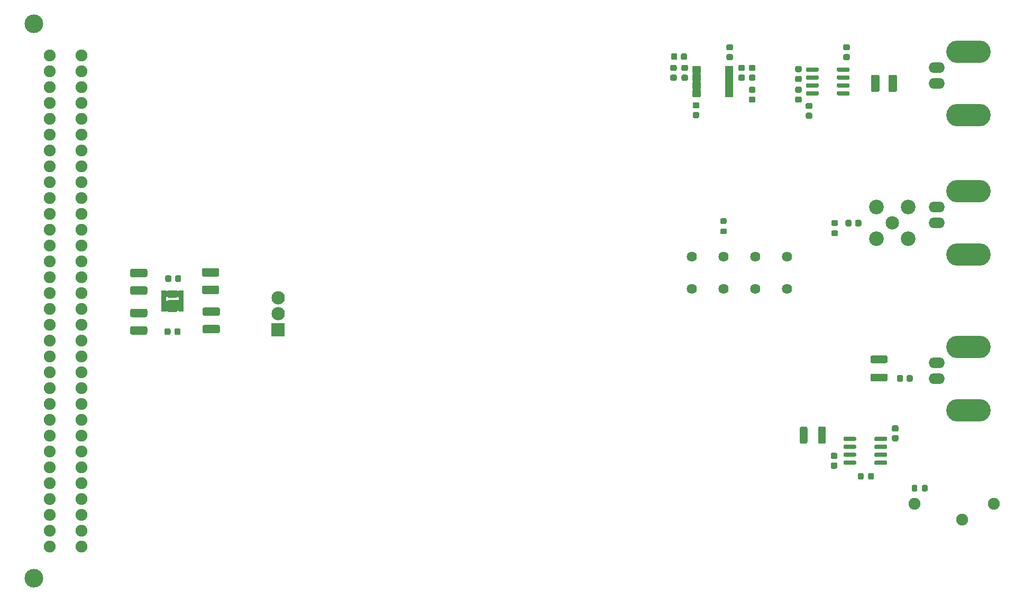
<source format=gbr>
G04 #@! TF.GenerationSoftware,KiCad,Pcbnew,(5.1.9)-1*
G04 #@! TF.CreationDate,2021-10-27T20:53:23+02:00*
G04 #@! TF.ProjectId,PDH-module,5044482d-6d6f-4647-956c-652e6b696361,1.0*
G04 #@! TF.SameCoordinates,Original*
G04 #@! TF.FileFunction,Soldermask,Top*
G04 #@! TF.FilePolarity,Negative*
%FSLAX46Y46*%
G04 Gerber Fmt 4.6, Leading zero omitted, Abs format (unit mm)*
G04 Created by KiCad (PCBNEW (5.1.9)-1) date 2021-10-27 20:53:23*
%MOMM*%
%LPD*%
G01*
G04 APERTURE LIST*
%ADD10C,3.002000*%
%ADD11C,1.902000*%
%ADD12O,2.602000X1.702000*%
%ADD13O,7.102000X3.602000*%
%ADD14C,0.100000*%
%ADD15C,2.152000*%
%ADD16C,2.352000*%
%ADD17C,1.626000*%
%ADD18C,2.134000*%
G04 APERTURE END LIST*
G36*
G01*
X90705600Y-92576000D02*
X88494400Y-92576000D01*
G75*
G02*
X88224000Y-92305600I0J270400D01*
G01*
X88224000Y-91494400D01*
G75*
G02*
X88494400Y-91224000I270400J0D01*
G01*
X90705600Y-91224000D01*
G75*
G02*
X90976000Y-91494400I0J-270400D01*
G01*
X90976000Y-92305600D01*
G75*
G02*
X90705600Y-92576000I-270400J0D01*
G01*
G37*
G36*
G01*
X90705600Y-95376000D02*
X88494400Y-95376000D01*
G75*
G02*
X88224000Y-95105600I0J270400D01*
G01*
X88224000Y-94294400D01*
G75*
G02*
X88494400Y-94024000I270400J0D01*
G01*
X90705600Y-94024000D01*
G75*
G02*
X90976000Y-94294400I0J-270400D01*
G01*
X90976000Y-95105600D01*
G75*
G02*
X90705600Y-95376000I-270400J0D01*
G01*
G37*
G36*
G01*
X90705600Y-88976000D02*
X88494400Y-88976000D01*
G75*
G02*
X88224000Y-88705600I0J270400D01*
G01*
X88224000Y-87894400D01*
G75*
G02*
X88494400Y-87624000I270400J0D01*
G01*
X90705600Y-87624000D01*
G75*
G02*
X90976000Y-87894400I0J-270400D01*
G01*
X90976000Y-88705600D01*
G75*
G02*
X90705600Y-88976000I-270400J0D01*
G01*
G37*
G36*
G01*
X90705600Y-86176000D02*
X88494400Y-86176000D01*
G75*
G02*
X88224000Y-85905600I0J270400D01*
G01*
X88224000Y-85094400D01*
G75*
G02*
X88494400Y-84824000I270400J0D01*
G01*
X90705600Y-84824000D01*
G75*
G02*
X90976000Y-85094400I0J-270400D01*
G01*
X90976000Y-85905600D01*
G75*
G02*
X90705600Y-86176000I-270400J0D01*
G01*
G37*
G36*
G01*
X94701000Y-94618250D02*
X94701000Y-95181750D01*
G75*
G02*
X94456750Y-95426000I-244250J0D01*
G01*
X93968250Y-95426000D01*
G75*
G02*
X93724000Y-95181750I0J244250D01*
G01*
X93724000Y-94618250D01*
G75*
G02*
X93968250Y-94374000I244250J0D01*
G01*
X94456750Y-94374000D01*
G75*
G02*
X94701000Y-94618250I0J-244250D01*
G01*
G37*
G36*
G01*
X96276000Y-94618250D02*
X96276000Y-95181750D01*
G75*
G02*
X96031750Y-95426000I-244250J0D01*
G01*
X95543250Y-95426000D01*
G75*
G02*
X95299000Y-95181750I0J244250D01*
G01*
X95299000Y-94618250D01*
G75*
G02*
X95543250Y-94374000I244250J0D01*
G01*
X96031750Y-94374000D01*
G75*
G02*
X96276000Y-94618250I0J-244250D01*
G01*
G37*
G36*
G01*
X93836500Y-86681750D02*
X93836500Y-86118250D01*
G75*
G02*
X94080750Y-85874000I244250J0D01*
G01*
X94569250Y-85874000D01*
G75*
G02*
X94813500Y-86118250I0J-244250D01*
G01*
X94813500Y-86681750D01*
G75*
G02*
X94569250Y-86926000I-244250J0D01*
G01*
X94080750Y-86926000D01*
G75*
G02*
X93836500Y-86681750I0J244250D01*
G01*
G37*
G36*
G01*
X95411500Y-86681750D02*
X95411500Y-86118250D01*
G75*
G02*
X95655750Y-85874000I244250J0D01*
G01*
X96144250Y-85874000D01*
G75*
G02*
X96388500Y-86118250I0J-244250D01*
G01*
X96388500Y-86681750D01*
G75*
G02*
X96144250Y-86926000I-244250J0D01*
G01*
X95655750Y-86926000D01*
G75*
G02*
X95411500Y-86681750I0J244250D01*
G01*
G37*
G36*
G01*
X183918250Y-48824000D02*
X184481750Y-48824000D01*
G75*
G02*
X184726000Y-49068250I0J-244250D01*
G01*
X184726000Y-49556750D01*
G75*
G02*
X184481750Y-49801000I-244250J0D01*
G01*
X183918250Y-49801000D01*
G75*
G02*
X183674000Y-49556750I0J244250D01*
G01*
X183674000Y-49068250D01*
G75*
G02*
X183918250Y-48824000I244250J0D01*
G01*
G37*
G36*
G01*
X183918250Y-50399000D02*
X184481750Y-50399000D01*
G75*
G02*
X184726000Y-50643250I0J-244250D01*
G01*
X184726000Y-51131750D01*
G75*
G02*
X184481750Y-51376000I-244250J0D01*
G01*
X183918250Y-51376000D01*
G75*
G02*
X183674000Y-51131750I0J244250D01*
G01*
X183674000Y-50643250D01*
G75*
G02*
X183918250Y-50399000I244250J0D01*
G01*
G37*
G36*
G01*
X102305600Y-92376000D02*
X100094400Y-92376000D01*
G75*
G02*
X99824000Y-92105600I0J270400D01*
G01*
X99824000Y-91294400D01*
G75*
G02*
X100094400Y-91024000I270400J0D01*
G01*
X102305600Y-91024000D01*
G75*
G02*
X102576000Y-91294400I0J-270400D01*
G01*
X102576000Y-92105600D01*
G75*
G02*
X102305600Y-92376000I-270400J0D01*
G01*
G37*
G36*
G01*
X102305600Y-95176000D02*
X100094400Y-95176000D01*
G75*
G02*
X99824000Y-94905600I0J270400D01*
G01*
X99824000Y-94094400D01*
G75*
G02*
X100094400Y-93824000I270400J0D01*
G01*
X102305600Y-93824000D01*
G75*
G02*
X102576000Y-94094400I0J-270400D01*
G01*
X102576000Y-94905600D01*
G75*
G02*
X102305600Y-95176000I-270400J0D01*
G01*
G37*
G36*
G01*
X102205600Y-88876000D02*
X99994400Y-88876000D01*
G75*
G02*
X99724000Y-88605600I0J270400D01*
G01*
X99724000Y-87794400D01*
G75*
G02*
X99994400Y-87524000I270400J0D01*
G01*
X102205600Y-87524000D01*
G75*
G02*
X102476000Y-87794400I0J-270400D01*
G01*
X102476000Y-88605600D01*
G75*
G02*
X102205600Y-88876000I-270400J0D01*
G01*
G37*
G36*
G01*
X102205600Y-86076000D02*
X99994400Y-86076000D01*
G75*
G02*
X99724000Y-85805600I0J270400D01*
G01*
X99724000Y-84994400D01*
G75*
G02*
X99994400Y-84724000I270400J0D01*
G01*
X102205600Y-84724000D01*
G75*
G02*
X102476000Y-84994400I0J-270400D01*
G01*
X102476000Y-85805600D01*
G75*
G02*
X102205600Y-86076000I-270400J0D01*
G01*
G37*
G36*
G01*
X178518250Y-59699000D02*
X179081750Y-59699000D01*
G75*
G02*
X179326000Y-59943250I0J-244250D01*
G01*
X179326000Y-60431750D01*
G75*
G02*
X179081750Y-60676000I-244250J0D01*
G01*
X178518250Y-60676000D01*
G75*
G02*
X178274000Y-60431750I0J244250D01*
G01*
X178274000Y-59943250D01*
G75*
G02*
X178518250Y-59699000I244250J0D01*
G01*
G37*
G36*
G01*
X178518250Y-58124000D02*
X179081750Y-58124000D01*
G75*
G02*
X179326000Y-58368250I0J-244250D01*
G01*
X179326000Y-58856750D01*
G75*
G02*
X179081750Y-59101000I-244250J0D01*
G01*
X178518250Y-59101000D01*
G75*
G02*
X178274000Y-58856750I0J244250D01*
G01*
X178274000Y-58368250D01*
G75*
G02*
X178518250Y-58124000I244250J0D01*
G01*
G37*
G36*
G01*
X196618250Y-59799000D02*
X197181750Y-59799000D01*
G75*
G02*
X197426000Y-60043250I0J-244250D01*
G01*
X197426000Y-60531750D01*
G75*
G02*
X197181750Y-60776000I-244250J0D01*
G01*
X196618250Y-60776000D01*
G75*
G02*
X196374000Y-60531750I0J244250D01*
G01*
X196374000Y-60043250D01*
G75*
G02*
X196618250Y-59799000I244250J0D01*
G01*
G37*
G36*
G01*
X196618250Y-58224000D02*
X197181750Y-58224000D01*
G75*
G02*
X197426000Y-58468250I0J-244250D01*
G01*
X197426000Y-58956750D01*
G75*
G02*
X197181750Y-59201000I-244250J0D01*
G01*
X196618250Y-59201000D01*
G75*
G02*
X196374000Y-58956750I0J244250D01*
G01*
X196374000Y-58468250D01*
G75*
G02*
X196618250Y-58224000I244250J0D01*
G01*
G37*
G36*
G01*
X203181750Y-51376000D02*
X202618250Y-51376000D01*
G75*
G02*
X202374000Y-51131750I0J244250D01*
G01*
X202374000Y-50643250D01*
G75*
G02*
X202618250Y-50399000I244250J0D01*
G01*
X203181750Y-50399000D01*
G75*
G02*
X203426000Y-50643250I0J-244250D01*
G01*
X203426000Y-51131750D01*
G75*
G02*
X203181750Y-51376000I-244250J0D01*
G01*
G37*
G36*
G01*
X203181750Y-49801000D02*
X202618250Y-49801000D01*
G75*
G02*
X202374000Y-49556750I0J244250D01*
G01*
X202374000Y-49068250D01*
G75*
G02*
X202618250Y-48824000I244250J0D01*
G01*
X203181750Y-48824000D01*
G75*
G02*
X203426000Y-49068250I0J-244250D01*
G01*
X203426000Y-49556750D01*
G75*
G02*
X203181750Y-49801000I-244250J0D01*
G01*
G37*
D10*
X72800000Y-134450000D03*
X72800000Y-45550000D03*
D11*
X80420000Y-50630000D03*
X80420000Y-53170000D03*
X80420000Y-55710000D03*
X80420000Y-58250000D03*
X80420000Y-60790000D03*
X80420000Y-63330000D03*
X80420000Y-65870000D03*
X80420000Y-68410000D03*
X80420000Y-70950000D03*
X80420000Y-73490000D03*
X80420000Y-76030000D03*
X80420000Y-78570000D03*
X80420000Y-81110000D03*
X80420000Y-83650000D03*
X80420000Y-86190000D03*
X80420000Y-88730000D03*
X80420000Y-91270000D03*
X80420000Y-93810000D03*
X80420000Y-96350000D03*
X80420000Y-98890000D03*
X80420000Y-101430000D03*
X80420000Y-103970000D03*
X80420000Y-106510000D03*
X80420000Y-109050000D03*
X80420000Y-111590000D03*
X80420000Y-114130000D03*
X80420000Y-116670000D03*
X80420000Y-119210000D03*
X80420000Y-124290000D03*
X80420000Y-121750000D03*
X80420000Y-126830000D03*
X80420000Y-129370000D03*
X75340000Y-50630000D03*
X75340000Y-53170000D03*
X75340000Y-55710000D03*
X75340000Y-58250000D03*
X75340000Y-60790000D03*
X75340000Y-63330000D03*
X75340000Y-65870000D03*
X75340000Y-68410000D03*
X75340000Y-70950000D03*
X75340000Y-73490000D03*
X75340000Y-76030000D03*
X75340000Y-78570000D03*
X75340000Y-81110000D03*
X75340000Y-83650000D03*
X75340000Y-86190000D03*
X75340000Y-88730000D03*
X75340000Y-91270000D03*
X75340000Y-93810000D03*
X75340000Y-96350000D03*
X75340000Y-98890000D03*
X75340000Y-101430000D03*
X75340000Y-103970000D03*
X75340000Y-106510000D03*
X75340000Y-109050000D03*
X75340000Y-111590000D03*
X75340000Y-114130000D03*
X75340000Y-116670000D03*
X75340000Y-119210000D03*
X75340000Y-124290000D03*
X75340000Y-121750000D03*
X75340000Y-126830000D03*
X75340000Y-129370000D03*
D12*
X217300000Y-74960000D03*
X217300000Y-77500000D03*
D13*
X222380000Y-82580000D03*
X222380000Y-72420000D03*
D12*
X217300000Y-99860000D03*
X217300000Y-102400000D03*
D13*
X222380000Y-107480000D03*
X222380000Y-97320000D03*
X222400000Y-50040000D03*
X222400000Y-60200000D03*
D12*
X217320000Y-55120000D03*
X217320000Y-52580000D03*
G36*
G01*
X195481750Y-56601000D02*
X194918250Y-56601000D01*
G75*
G02*
X194674000Y-56356750I0J244250D01*
G01*
X194674000Y-55868250D01*
G75*
G02*
X194918250Y-55624000I244250J0D01*
G01*
X195481750Y-55624000D01*
G75*
G02*
X195726000Y-55868250I0J-244250D01*
G01*
X195726000Y-56356750D01*
G75*
G02*
X195481750Y-56601000I-244250J0D01*
G01*
G37*
G36*
G01*
X195481750Y-58176000D02*
X194918250Y-58176000D01*
G75*
G02*
X194674000Y-57931750I0J244250D01*
G01*
X194674000Y-57443250D01*
G75*
G02*
X194918250Y-57199000I244250J0D01*
G01*
X195481750Y-57199000D01*
G75*
G02*
X195726000Y-57443250I0J-244250D01*
G01*
X195726000Y-57931750D01*
G75*
G02*
X195481750Y-58176000I-244250J0D01*
G01*
G37*
G36*
G01*
X195481750Y-54876000D02*
X194918250Y-54876000D01*
G75*
G02*
X194674000Y-54631750I0J244250D01*
G01*
X194674000Y-54143250D01*
G75*
G02*
X194918250Y-53899000I244250J0D01*
G01*
X195481750Y-53899000D01*
G75*
G02*
X195726000Y-54143250I0J-244250D01*
G01*
X195726000Y-54631750D01*
G75*
G02*
X195481750Y-54876000I-244250J0D01*
G01*
G37*
G36*
G01*
X195481750Y-53301000D02*
X194918250Y-53301000D01*
G75*
G02*
X194674000Y-53056750I0J244250D01*
G01*
X194674000Y-52568250D01*
G75*
G02*
X194918250Y-52324000I244250J0D01*
G01*
X195481750Y-52324000D01*
G75*
G02*
X195726000Y-52568250I0J-244250D01*
G01*
X195726000Y-53056750D01*
G75*
G02*
X195481750Y-53301000I-244250J0D01*
G01*
G37*
G36*
G01*
X210976000Y-53994400D02*
X210976000Y-56205600D01*
G75*
G02*
X210705600Y-56476000I-270400J0D01*
G01*
X209894400Y-56476000D01*
G75*
G02*
X209624000Y-56205600I0J270400D01*
G01*
X209624000Y-53994400D01*
G75*
G02*
X209894400Y-53724000I270400J0D01*
G01*
X210705600Y-53724000D01*
G75*
G02*
X210976000Y-53994400I0J-270400D01*
G01*
G37*
G36*
G01*
X208176000Y-53994400D02*
X208176000Y-56205600D01*
G75*
G02*
X207905600Y-56476000I-270400J0D01*
G01*
X207094400Y-56476000D01*
G75*
G02*
X206824000Y-56205600I0J270400D01*
G01*
X206824000Y-53994400D01*
G75*
G02*
X207094400Y-53724000I270400J0D01*
G01*
X207905600Y-53724000D01*
G75*
G02*
X208176000Y-53994400I0J-270400D01*
G01*
G37*
G36*
G01*
X176399000Y-51081750D02*
X176399000Y-50518250D01*
G75*
G02*
X176643250Y-50274000I244250J0D01*
G01*
X177131750Y-50274000D01*
G75*
G02*
X177376000Y-50518250I0J-244250D01*
G01*
X177376000Y-51081750D01*
G75*
G02*
X177131750Y-51326000I-244250J0D01*
G01*
X176643250Y-51326000D01*
G75*
G02*
X176399000Y-51081750I0J244250D01*
G01*
G37*
G36*
G01*
X174824000Y-51081750D02*
X174824000Y-50518250D01*
G75*
G02*
X175068250Y-50274000I244250J0D01*
G01*
X175556750Y-50274000D01*
G75*
G02*
X175801000Y-50518250I0J-244250D01*
G01*
X175801000Y-51081750D01*
G75*
G02*
X175556750Y-51326000I-244250J0D01*
G01*
X175068250Y-51326000D01*
G75*
G02*
X174824000Y-51081750I0J244250D01*
G01*
G37*
G36*
G01*
X188081750Y-56601000D02*
X187518250Y-56601000D01*
G75*
G02*
X187274000Y-56356750I0J244250D01*
G01*
X187274000Y-55868250D01*
G75*
G02*
X187518250Y-55624000I244250J0D01*
G01*
X188081750Y-55624000D01*
G75*
G02*
X188326000Y-55868250I0J-244250D01*
G01*
X188326000Y-56356750D01*
G75*
G02*
X188081750Y-56601000I-244250J0D01*
G01*
G37*
G36*
G01*
X188081750Y-58176000D02*
X187518250Y-58176000D01*
G75*
G02*
X187274000Y-57931750I0J244250D01*
G01*
X187274000Y-57443250D01*
G75*
G02*
X187518250Y-57199000I244250J0D01*
G01*
X188081750Y-57199000D01*
G75*
G02*
X188326000Y-57443250I0J-244250D01*
G01*
X188326000Y-57931750D01*
G75*
G02*
X188081750Y-58176000I-244250J0D01*
G01*
G37*
G36*
G01*
X174918250Y-52124000D02*
X175481750Y-52124000D01*
G75*
G02*
X175726000Y-52368250I0J-244250D01*
G01*
X175726000Y-52856750D01*
G75*
G02*
X175481750Y-53101000I-244250J0D01*
G01*
X174918250Y-53101000D01*
G75*
G02*
X174674000Y-52856750I0J244250D01*
G01*
X174674000Y-52368250D01*
G75*
G02*
X174918250Y-52124000I244250J0D01*
G01*
G37*
G36*
G01*
X174918250Y-53699000D02*
X175481750Y-53699000D01*
G75*
G02*
X175726000Y-53943250I0J-244250D01*
G01*
X175726000Y-54431750D01*
G75*
G02*
X175481750Y-54676000I-244250J0D01*
G01*
X174918250Y-54676000D01*
G75*
G02*
X174674000Y-54431750I0J244250D01*
G01*
X174674000Y-53943250D01*
G75*
G02*
X174918250Y-53699000I244250J0D01*
G01*
G37*
G36*
G01*
X187518250Y-52124000D02*
X188081750Y-52124000D01*
G75*
G02*
X188326000Y-52368250I0J-244250D01*
G01*
X188326000Y-52856750D01*
G75*
G02*
X188081750Y-53101000I-244250J0D01*
G01*
X187518250Y-53101000D01*
G75*
G02*
X187274000Y-52856750I0J244250D01*
G01*
X187274000Y-52368250D01*
G75*
G02*
X187518250Y-52124000I244250J0D01*
G01*
G37*
G36*
G01*
X187518250Y-53699000D02*
X188081750Y-53699000D01*
G75*
G02*
X188326000Y-53943250I0J-244250D01*
G01*
X188326000Y-54431750D01*
G75*
G02*
X188081750Y-54676000I-244250J0D01*
G01*
X187518250Y-54676000D01*
G75*
G02*
X187274000Y-54431750I0J244250D01*
G01*
X187274000Y-53943250D01*
G75*
G02*
X187518250Y-53699000I244250J0D01*
G01*
G37*
G36*
G01*
X176718250Y-52124000D02*
X177281750Y-52124000D01*
G75*
G02*
X177526000Y-52368250I0J-244250D01*
G01*
X177526000Y-52856750D01*
G75*
G02*
X177281750Y-53101000I-244250J0D01*
G01*
X176718250Y-53101000D01*
G75*
G02*
X176474000Y-52856750I0J244250D01*
G01*
X176474000Y-52368250D01*
G75*
G02*
X176718250Y-52124000I244250J0D01*
G01*
G37*
G36*
G01*
X176718250Y-53699000D02*
X177281750Y-53699000D01*
G75*
G02*
X177526000Y-53943250I0J-244250D01*
G01*
X177526000Y-54431750D01*
G75*
G02*
X177281750Y-54676000I-244250J0D01*
G01*
X176718250Y-54676000D01*
G75*
G02*
X176474000Y-54431750I0J244250D01*
G01*
X176474000Y-53943250D01*
G75*
G02*
X176718250Y-53699000I244250J0D01*
G01*
G37*
G36*
G01*
X186381750Y-53101000D02*
X185818250Y-53101000D01*
G75*
G02*
X185574000Y-52856750I0J244250D01*
G01*
X185574000Y-52368250D01*
G75*
G02*
X185818250Y-52124000I244250J0D01*
G01*
X186381750Y-52124000D01*
G75*
G02*
X186626000Y-52368250I0J-244250D01*
G01*
X186626000Y-52856750D01*
G75*
G02*
X186381750Y-53101000I-244250J0D01*
G01*
G37*
G36*
G01*
X186381750Y-54676000D02*
X185818250Y-54676000D01*
G75*
G02*
X185574000Y-54431750I0J244250D01*
G01*
X185574000Y-53943250D01*
G75*
G02*
X185818250Y-53699000I244250J0D01*
G01*
X186381750Y-53699000D01*
G75*
G02*
X186626000Y-53943250I0J-244250D01*
G01*
X186626000Y-54431750D01*
G75*
G02*
X186381750Y-54676000I-244250J0D01*
G01*
G37*
G36*
G01*
X196399000Y-53070500D02*
X196399000Y-52719500D01*
G75*
G02*
X196574500Y-52544000I175500J0D01*
G01*
X198275500Y-52544000D01*
G75*
G02*
X198451000Y-52719500I0J-175500D01*
G01*
X198451000Y-53070500D01*
G75*
G02*
X198275500Y-53246000I-175500J0D01*
G01*
X196574500Y-53246000D01*
G75*
G02*
X196399000Y-53070500I0J175500D01*
G01*
G37*
G36*
G01*
X196399000Y-54340500D02*
X196399000Y-53989500D01*
G75*
G02*
X196574500Y-53814000I175500J0D01*
G01*
X198275500Y-53814000D01*
G75*
G02*
X198451000Y-53989500I0J-175500D01*
G01*
X198451000Y-54340500D01*
G75*
G02*
X198275500Y-54516000I-175500J0D01*
G01*
X196574500Y-54516000D01*
G75*
G02*
X196399000Y-54340500I0J175500D01*
G01*
G37*
G36*
G01*
X196399000Y-55610500D02*
X196399000Y-55259500D01*
G75*
G02*
X196574500Y-55084000I175500J0D01*
G01*
X198275500Y-55084000D01*
G75*
G02*
X198451000Y-55259500I0J-175500D01*
G01*
X198451000Y-55610500D01*
G75*
G02*
X198275500Y-55786000I-175500J0D01*
G01*
X196574500Y-55786000D01*
G75*
G02*
X196399000Y-55610500I0J175500D01*
G01*
G37*
G36*
G01*
X196399000Y-56880500D02*
X196399000Y-56529500D01*
G75*
G02*
X196574500Y-56354000I175500J0D01*
G01*
X198275500Y-56354000D01*
G75*
G02*
X198451000Y-56529500I0J-175500D01*
G01*
X198451000Y-56880500D01*
G75*
G02*
X198275500Y-57056000I-175500J0D01*
G01*
X196574500Y-57056000D01*
G75*
G02*
X196399000Y-56880500I0J175500D01*
G01*
G37*
G36*
G01*
X201349000Y-56880500D02*
X201349000Y-56529500D01*
G75*
G02*
X201524500Y-56354000I175500J0D01*
G01*
X203225500Y-56354000D01*
G75*
G02*
X203401000Y-56529500I0J-175500D01*
G01*
X203401000Y-56880500D01*
G75*
G02*
X203225500Y-57056000I-175500J0D01*
G01*
X201524500Y-57056000D01*
G75*
G02*
X201349000Y-56880500I0J175500D01*
G01*
G37*
G36*
G01*
X201349000Y-55610500D02*
X201349000Y-55259500D01*
G75*
G02*
X201524500Y-55084000I175500J0D01*
G01*
X203225500Y-55084000D01*
G75*
G02*
X203401000Y-55259500I0J-175500D01*
G01*
X203401000Y-55610500D01*
G75*
G02*
X203225500Y-55786000I-175500J0D01*
G01*
X201524500Y-55786000D01*
G75*
G02*
X201349000Y-55610500I0J175500D01*
G01*
G37*
G36*
G01*
X201349000Y-54340500D02*
X201349000Y-53989500D01*
G75*
G02*
X201524500Y-53814000I175500J0D01*
G01*
X203225500Y-53814000D01*
G75*
G02*
X203401000Y-53989500I0J-175500D01*
G01*
X203401000Y-54340500D01*
G75*
G02*
X203225500Y-54516000I-175500J0D01*
G01*
X201524500Y-54516000D01*
G75*
G02*
X201349000Y-54340500I0J175500D01*
G01*
G37*
G36*
G01*
X201349000Y-53070500D02*
X201349000Y-52719500D01*
G75*
G02*
X201524500Y-52544000I175500J0D01*
G01*
X203225500Y-52544000D01*
G75*
G02*
X203401000Y-52719500I0J-175500D01*
G01*
X203401000Y-53070500D01*
G75*
G02*
X203225500Y-53246000I-175500J0D01*
G01*
X201524500Y-53246000D01*
G75*
G02*
X201349000Y-53070500I0J175500D01*
G01*
G37*
G36*
G01*
X94001000Y-91385000D02*
X94001000Y-91635000D01*
G75*
G02*
X93950000Y-91686000I-51000J0D01*
G01*
X93250000Y-91686000D01*
G75*
G02*
X93199000Y-91635000I0J51000D01*
G01*
X93199000Y-91385000D01*
G75*
G02*
X93250000Y-91334000I51000J0D01*
G01*
X93950000Y-91334000D01*
G75*
G02*
X94001000Y-91385000I0J-51000D01*
G01*
G37*
G36*
G01*
X94001000Y-90885000D02*
X94001000Y-91135000D01*
G75*
G02*
X93950000Y-91186000I-51000J0D01*
G01*
X93250000Y-91186000D01*
G75*
G02*
X93199000Y-91135000I0J51000D01*
G01*
X93199000Y-90885000D01*
G75*
G02*
X93250000Y-90834000I51000J0D01*
G01*
X93950000Y-90834000D01*
G75*
G02*
X94001000Y-90885000I0J-51000D01*
G01*
G37*
G36*
G01*
X94001000Y-90385000D02*
X94001000Y-90635000D01*
G75*
G02*
X93950000Y-90686000I-51000J0D01*
G01*
X93250000Y-90686000D01*
G75*
G02*
X93199000Y-90635000I0J51000D01*
G01*
X93199000Y-90385000D01*
G75*
G02*
X93250000Y-90334000I51000J0D01*
G01*
X93950000Y-90334000D01*
G75*
G02*
X94001000Y-90385000I0J-51000D01*
G01*
G37*
G36*
G01*
X94001000Y-89885000D02*
X94001000Y-90135000D01*
G75*
G02*
X93950000Y-90186000I-51000J0D01*
G01*
X93250000Y-90186000D01*
G75*
G02*
X93199000Y-90135000I0J51000D01*
G01*
X93199000Y-89885000D01*
G75*
G02*
X93250000Y-89834000I51000J0D01*
G01*
X93950000Y-89834000D01*
G75*
G02*
X94001000Y-89885000I0J-51000D01*
G01*
G37*
G36*
G01*
X94001000Y-89385000D02*
X94001000Y-89635000D01*
G75*
G02*
X93950000Y-89686000I-51000J0D01*
G01*
X93250000Y-89686000D01*
G75*
G02*
X93199000Y-89635000I0J51000D01*
G01*
X93199000Y-89385000D01*
G75*
G02*
X93250000Y-89334000I51000J0D01*
G01*
X93950000Y-89334000D01*
G75*
G02*
X94001000Y-89385000I0J-51000D01*
G01*
G37*
G36*
G01*
X94001000Y-88385000D02*
X94001000Y-88635000D01*
G75*
G02*
X93950000Y-88686000I-51000J0D01*
G01*
X93250000Y-88686000D01*
G75*
G02*
X93199000Y-88635000I0J51000D01*
G01*
X93199000Y-88385000D01*
G75*
G02*
X93250000Y-88334000I51000J0D01*
G01*
X93950000Y-88334000D01*
G75*
G02*
X94001000Y-88385000I0J-51000D01*
G01*
G37*
G36*
G01*
X96801000Y-88385000D02*
X96801000Y-88635000D01*
G75*
G02*
X96750000Y-88686000I-51000J0D01*
G01*
X96050000Y-88686000D01*
G75*
G02*
X95999000Y-88635000I0J51000D01*
G01*
X95999000Y-88385000D01*
G75*
G02*
X96050000Y-88334000I51000J0D01*
G01*
X96750000Y-88334000D01*
G75*
G02*
X96801000Y-88385000I0J-51000D01*
G01*
G37*
G36*
G01*
X96801000Y-88885000D02*
X96801000Y-89135000D01*
G75*
G02*
X96750000Y-89186000I-51000J0D01*
G01*
X96050000Y-89186000D01*
G75*
G02*
X95999000Y-89135000I0J51000D01*
G01*
X95999000Y-88885000D01*
G75*
G02*
X96050000Y-88834000I51000J0D01*
G01*
X96750000Y-88834000D01*
G75*
G02*
X96801000Y-88885000I0J-51000D01*
G01*
G37*
G36*
G01*
X96801000Y-89385000D02*
X96801000Y-89635000D01*
G75*
G02*
X96750000Y-89686000I-51000J0D01*
G01*
X96050000Y-89686000D01*
G75*
G02*
X95999000Y-89635000I0J51000D01*
G01*
X95999000Y-89385000D01*
G75*
G02*
X96050000Y-89334000I51000J0D01*
G01*
X96750000Y-89334000D01*
G75*
G02*
X96801000Y-89385000I0J-51000D01*
G01*
G37*
G36*
G01*
X96801000Y-90385000D02*
X96801000Y-90635000D01*
G75*
G02*
X96750000Y-90686000I-51000J0D01*
G01*
X96050000Y-90686000D01*
G75*
G02*
X95999000Y-90635000I0J51000D01*
G01*
X95999000Y-90385000D01*
G75*
G02*
X96050000Y-90334000I51000J0D01*
G01*
X96750000Y-90334000D01*
G75*
G02*
X96801000Y-90385000I0J-51000D01*
G01*
G37*
G36*
G01*
X96801000Y-90885000D02*
X96801000Y-91135000D01*
G75*
G02*
X96750000Y-91186000I-51000J0D01*
G01*
X96050000Y-91186000D01*
G75*
G02*
X95999000Y-91135000I0J51000D01*
G01*
X95999000Y-90885000D01*
G75*
G02*
X96050000Y-90834000I51000J0D01*
G01*
X96750000Y-90834000D01*
G75*
G02*
X96801000Y-90885000I0J-51000D01*
G01*
G37*
G36*
G01*
X96801000Y-91385000D02*
X96801000Y-91635000D01*
G75*
G02*
X96750000Y-91686000I-51000J0D01*
G01*
X96050000Y-91686000D01*
G75*
G02*
X95999000Y-91635000I0J51000D01*
G01*
X95999000Y-91385000D01*
G75*
G02*
X96050000Y-91334000I51000J0D01*
G01*
X96750000Y-91334000D01*
G75*
G02*
X96801000Y-91385000I0J-51000D01*
G01*
G37*
D14*
G36*
X94421944Y-89450699D02*
G01*
X94412733Y-89450699D01*
X94407734Y-89450453D01*
X94383318Y-89448048D01*
X94378368Y-89447314D01*
X94354306Y-89442528D01*
X94349450Y-89441312D01*
X94325973Y-89434190D01*
X94321261Y-89432504D01*
X94298594Y-89423115D01*
X94294070Y-89420975D01*
X94272433Y-89409410D01*
X94268140Y-89406837D01*
X94247741Y-89393207D01*
X94243721Y-89390226D01*
X94224756Y-89374662D01*
X94221048Y-89371300D01*
X94203700Y-89353952D01*
X94200338Y-89350244D01*
X94184774Y-89331279D01*
X94181793Y-89327259D01*
X94168163Y-89306860D01*
X94165590Y-89302567D01*
X94154025Y-89280930D01*
X94151885Y-89276406D01*
X94142496Y-89253739D01*
X94140810Y-89249027D01*
X94133688Y-89225550D01*
X94132472Y-89220694D01*
X94127686Y-89196632D01*
X94126952Y-89191682D01*
X94126392Y-89186000D01*
X93250000Y-89186000D01*
X93240050Y-89185020D01*
X93230483Y-89182118D01*
X93221666Y-89177405D01*
X93213938Y-89171062D01*
X93207595Y-89163334D01*
X93202882Y-89154517D01*
X93199980Y-89144950D01*
X93199000Y-89135000D01*
X93199000Y-88885000D01*
X93199980Y-88875050D01*
X93202882Y-88865483D01*
X93207595Y-88856666D01*
X93213938Y-88848938D01*
X93221666Y-88842595D01*
X93230483Y-88837882D01*
X93240050Y-88834980D01*
X93250000Y-88834000D01*
X94124000Y-88834000D01*
X94124000Y-88580000D01*
X94124301Y-88576944D01*
X94124301Y-88567733D01*
X94124547Y-88562734D01*
X94126952Y-88538318D01*
X94127686Y-88533368D01*
X94132472Y-88509306D01*
X94133688Y-88504450D01*
X94140810Y-88480973D01*
X94142496Y-88476261D01*
X94151885Y-88453594D01*
X94154025Y-88449070D01*
X94165590Y-88427433D01*
X94168163Y-88423140D01*
X94181793Y-88402741D01*
X94184774Y-88398721D01*
X94200338Y-88379756D01*
X94203700Y-88376048D01*
X94221048Y-88358700D01*
X94224756Y-88355338D01*
X94243721Y-88339774D01*
X94247741Y-88336793D01*
X94268140Y-88323163D01*
X94272433Y-88320590D01*
X94294070Y-88309025D01*
X94298594Y-88306885D01*
X94321261Y-88297496D01*
X94325973Y-88295810D01*
X94349450Y-88288688D01*
X94354306Y-88287472D01*
X94378368Y-88282686D01*
X94383318Y-88281952D01*
X94407734Y-88279547D01*
X94412733Y-88279301D01*
X94421944Y-88279301D01*
X94425000Y-88279000D01*
X95575000Y-88279000D01*
X95578056Y-88279301D01*
X95587267Y-88279301D01*
X95592266Y-88279547D01*
X95616682Y-88281952D01*
X95621632Y-88282686D01*
X95645694Y-88287472D01*
X95650550Y-88288688D01*
X95674027Y-88295810D01*
X95678739Y-88297496D01*
X95701406Y-88306885D01*
X95705930Y-88309025D01*
X95727567Y-88320590D01*
X95731860Y-88323163D01*
X95752259Y-88336793D01*
X95756279Y-88339774D01*
X95775244Y-88355338D01*
X95778952Y-88358700D01*
X95796300Y-88376048D01*
X95799662Y-88379756D01*
X95815226Y-88398721D01*
X95818207Y-88402741D01*
X95831837Y-88423140D01*
X95834410Y-88427433D01*
X95845975Y-88449070D01*
X95848115Y-88453594D01*
X95857504Y-88476261D01*
X95859190Y-88480973D01*
X95866312Y-88504450D01*
X95867528Y-88509306D01*
X95872314Y-88533368D01*
X95873048Y-88538318D01*
X95875453Y-88562734D01*
X95875699Y-88567733D01*
X95875699Y-88576944D01*
X95876000Y-88580000D01*
X95876000Y-89150000D01*
X95875699Y-89153056D01*
X95875699Y-89162267D01*
X95875453Y-89167266D01*
X95873048Y-89191682D01*
X95872314Y-89196632D01*
X95867528Y-89220694D01*
X95866312Y-89225550D01*
X95859190Y-89249027D01*
X95857504Y-89253739D01*
X95848115Y-89276406D01*
X95845975Y-89280930D01*
X95834410Y-89302567D01*
X95831837Y-89306860D01*
X95818207Y-89327259D01*
X95815226Y-89331279D01*
X95799662Y-89350244D01*
X95796300Y-89353952D01*
X95778952Y-89371300D01*
X95775244Y-89374662D01*
X95756279Y-89390226D01*
X95752259Y-89393207D01*
X95731860Y-89406837D01*
X95727567Y-89409410D01*
X95705930Y-89420975D01*
X95701406Y-89423115D01*
X95678739Y-89432504D01*
X95674027Y-89434190D01*
X95650550Y-89441312D01*
X95645694Y-89442528D01*
X95621632Y-89447314D01*
X95616682Y-89448048D01*
X95592266Y-89450453D01*
X95587267Y-89450699D01*
X95578056Y-89450699D01*
X95575000Y-89451000D01*
X94425000Y-89451000D01*
X94421944Y-89450699D01*
G37*
G36*
X94421944Y-91740699D02*
G01*
X94412733Y-91740699D01*
X94407734Y-91740453D01*
X94383318Y-91738048D01*
X94378368Y-91737314D01*
X94354306Y-91732528D01*
X94349450Y-91731312D01*
X94325973Y-91724190D01*
X94321261Y-91722504D01*
X94298594Y-91713115D01*
X94294070Y-91710975D01*
X94272433Y-91699410D01*
X94268140Y-91696837D01*
X94247741Y-91683207D01*
X94243721Y-91680226D01*
X94224756Y-91664662D01*
X94221048Y-91661300D01*
X94203700Y-91643952D01*
X94200338Y-91640244D01*
X94184774Y-91621279D01*
X94181793Y-91617259D01*
X94168163Y-91596860D01*
X94165590Y-91592567D01*
X94154025Y-91570930D01*
X94151885Y-91566406D01*
X94142496Y-91543739D01*
X94140810Y-91539027D01*
X94133688Y-91515550D01*
X94132472Y-91510694D01*
X94127686Y-91486632D01*
X94126952Y-91481682D01*
X94124547Y-91457266D01*
X94124301Y-91452267D01*
X94124301Y-91443056D01*
X94124000Y-91440000D01*
X94124000Y-90160000D01*
X94124301Y-90156944D01*
X94124301Y-90147733D01*
X94124547Y-90142734D01*
X94126952Y-90118318D01*
X94127686Y-90113368D01*
X94132472Y-90089306D01*
X94133688Y-90084450D01*
X94140810Y-90060973D01*
X94142496Y-90056261D01*
X94151885Y-90033594D01*
X94154025Y-90029070D01*
X94165590Y-90007433D01*
X94168163Y-90003140D01*
X94181793Y-89982741D01*
X94184774Y-89978721D01*
X94200338Y-89959756D01*
X94203700Y-89956048D01*
X94221048Y-89938700D01*
X94224756Y-89935338D01*
X94243721Y-89919774D01*
X94247741Y-89916793D01*
X94268140Y-89903163D01*
X94272433Y-89900590D01*
X94294070Y-89889025D01*
X94298594Y-89886885D01*
X94321261Y-89877496D01*
X94325973Y-89875810D01*
X94349450Y-89868688D01*
X94354306Y-89867472D01*
X94378368Y-89862686D01*
X94383318Y-89861952D01*
X94407734Y-89859547D01*
X94412733Y-89859301D01*
X94421944Y-89859301D01*
X94425000Y-89859000D01*
X95773723Y-89859000D01*
X95867631Y-89835523D01*
X95880000Y-89834000D01*
X96750000Y-89834000D01*
X96759950Y-89834980D01*
X96769517Y-89837882D01*
X96778334Y-89842595D01*
X96786062Y-89848938D01*
X96792405Y-89856666D01*
X96797118Y-89865483D01*
X96800020Y-89875050D01*
X96801000Y-89885000D01*
X96801000Y-90135000D01*
X96800020Y-90144950D01*
X96797118Y-90154517D01*
X96792405Y-90163334D01*
X96786062Y-90171062D01*
X96778334Y-90177405D01*
X96769517Y-90182118D01*
X96759950Y-90185020D01*
X96750000Y-90186000D01*
X96081511Y-90186000D01*
X96080124Y-90186245D01*
X96035348Y-90190722D01*
X95997250Y-90202628D01*
X95963883Y-90220901D01*
X95933859Y-90245394D01*
X95909194Y-90276424D01*
X95891860Y-90308729D01*
X95880741Y-90346054D01*
X95876234Y-90390228D01*
X95876000Y-90391792D01*
X95876000Y-91440000D01*
X95875020Y-91449950D01*
X95872118Y-91459517D01*
X95867405Y-91468334D01*
X95861062Y-91476062D01*
X95611062Y-91726062D01*
X95603334Y-91732405D01*
X95594517Y-91737118D01*
X95584950Y-91740020D01*
X95575000Y-91741000D01*
X94425000Y-91741000D01*
X94421944Y-91740699D01*
G37*
G36*
G01*
X178249000Y-52777500D02*
X178249000Y-52377500D01*
G75*
G02*
X178300000Y-52326500I51000J0D01*
G01*
X179500000Y-52326500D01*
G75*
G02*
X179551000Y-52377500I0J-51000D01*
G01*
X179551000Y-52777500D01*
G75*
G02*
X179500000Y-52828500I-51000J0D01*
G01*
X178300000Y-52828500D01*
G75*
G02*
X178249000Y-52777500I0J51000D01*
G01*
G37*
G36*
G01*
X178249000Y-53412500D02*
X178249000Y-53012500D01*
G75*
G02*
X178300000Y-52961500I51000J0D01*
G01*
X179500000Y-52961500D01*
G75*
G02*
X179551000Y-53012500I0J-51000D01*
G01*
X179551000Y-53412500D01*
G75*
G02*
X179500000Y-53463500I-51000J0D01*
G01*
X178300000Y-53463500D01*
G75*
G02*
X178249000Y-53412500I0J51000D01*
G01*
G37*
G36*
G01*
X178249000Y-54047500D02*
X178249000Y-53647500D01*
G75*
G02*
X178300000Y-53596500I51000J0D01*
G01*
X179500000Y-53596500D01*
G75*
G02*
X179551000Y-53647500I0J-51000D01*
G01*
X179551000Y-54047500D01*
G75*
G02*
X179500000Y-54098500I-51000J0D01*
G01*
X178300000Y-54098500D01*
G75*
G02*
X178249000Y-54047500I0J51000D01*
G01*
G37*
G36*
G01*
X178249000Y-54682500D02*
X178249000Y-54282500D01*
G75*
G02*
X178300000Y-54231500I51000J0D01*
G01*
X179500000Y-54231500D01*
G75*
G02*
X179551000Y-54282500I0J-51000D01*
G01*
X179551000Y-54682500D01*
G75*
G02*
X179500000Y-54733500I-51000J0D01*
G01*
X178300000Y-54733500D01*
G75*
G02*
X178249000Y-54682500I0J51000D01*
G01*
G37*
G36*
G01*
X178249000Y-55317500D02*
X178249000Y-54917500D01*
G75*
G02*
X178300000Y-54866500I51000J0D01*
G01*
X179500000Y-54866500D01*
G75*
G02*
X179551000Y-54917500I0J-51000D01*
G01*
X179551000Y-55317500D01*
G75*
G02*
X179500000Y-55368500I-51000J0D01*
G01*
X178300000Y-55368500D01*
G75*
G02*
X178249000Y-55317500I0J51000D01*
G01*
G37*
G36*
G01*
X178249000Y-55952500D02*
X178249000Y-55552500D01*
G75*
G02*
X178300000Y-55501500I51000J0D01*
G01*
X179500000Y-55501500D01*
G75*
G02*
X179551000Y-55552500I0J-51000D01*
G01*
X179551000Y-55952500D01*
G75*
G02*
X179500000Y-56003500I-51000J0D01*
G01*
X178300000Y-56003500D01*
G75*
G02*
X178249000Y-55952500I0J51000D01*
G01*
G37*
G36*
G01*
X178249000Y-56587500D02*
X178249000Y-56187500D01*
G75*
G02*
X178300000Y-56136500I51000J0D01*
G01*
X179500000Y-56136500D01*
G75*
G02*
X179551000Y-56187500I0J-51000D01*
G01*
X179551000Y-56587500D01*
G75*
G02*
X179500000Y-56638500I-51000J0D01*
G01*
X178300000Y-56638500D01*
G75*
G02*
X178249000Y-56587500I0J51000D01*
G01*
G37*
G36*
G01*
X178249000Y-57222500D02*
X178249000Y-56822500D01*
G75*
G02*
X178300000Y-56771500I51000J0D01*
G01*
X179500000Y-56771500D01*
G75*
G02*
X179551000Y-56822500I0J-51000D01*
G01*
X179551000Y-57222500D01*
G75*
G02*
X179500000Y-57273500I-51000J0D01*
G01*
X178300000Y-57273500D01*
G75*
G02*
X178249000Y-57222500I0J51000D01*
G01*
G37*
G36*
G01*
X183449000Y-57222500D02*
X183449000Y-56822500D01*
G75*
G02*
X183500000Y-56771500I51000J0D01*
G01*
X184700000Y-56771500D01*
G75*
G02*
X184751000Y-56822500I0J-51000D01*
G01*
X184751000Y-57222500D01*
G75*
G02*
X184700000Y-57273500I-51000J0D01*
G01*
X183500000Y-57273500D01*
G75*
G02*
X183449000Y-57222500I0J51000D01*
G01*
G37*
G36*
G01*
X183449000Y-56587500D02*
X183449000Y-56187500D01*
G75*
G02*
X183500000Y-56136500I51000J0D01*
G01*
X184700000Y-56136500D01*
G75*
G02*
X184751000Y-56187500I0J-51000D01*
G01*
X184751000Y-56587500D01*
G75*
G02*
X184700000Y-56638500I-51000J0D01*
G01*
X183500000Y-56638500D01*
G75*
G02*
X183449000Y-56587500I0J51000D01*
G01*
G37*
G36*
G01*
X183449000Y-55952500D02*
X183449000Y-55552500D01*
G75*
G02*
X183500000Y-55501500I51000J0D01*
G01*
X184700000Y-55501500D01*
G75*
G02*
X184751000Y-55552500I0J-51000D01*
G01*
X184751000Y-55952500D01*
G75*
G02*
X184700000Y-56003500I-51000J0D01*
G01*
X183500000Y-56003500D01*
G75*
G02*
X183449000Y-55952500I0J51000D01*
G01*
G37*
G36*
G01*
X183449000Y-55317500D02*
X183449000Y-54917500D01*
G75*
G02*
X183500000Y-54866500I51000J0D01*
G01*
X184700000Y-54866500D01*
G75*
G02*
X184751000Y-54917500I0J-51000D01*
G01*
X184751000Y-55317500D01*
G75*
G02*
X184700000Y-55368500I-51000J0D01*
G01*
X183500000Y-55368500D01*
G75*
G02*
X183449000Y-55317500I0J51000D01*
G01*
G37*
G36*
G01*
X183449000Y-54682500D02*
X183449000Y-54282500D01*
G75*
G02*
X183500000Y-54231500I51000J0D01*
G01*
X184700000Y-54231500D01*
G75*
G02*
X184751000Y-54282500I0J-51000D01*
G01*
X184751000Y-54682500D01*
G75*
G02*
X184700000Y-54733500I-51000J0D01*
G01*
X183500000Y-54733500D01*
G75*
G02*
X183449000Y-54682500I0J51000D01*
G01*
G37*
G36*
G01*
X183449000Y-54047500D02*
X183449000Y-53647500D01*
G75*
G02*
X183500000Y-53596500I51000J0D01*
G01*
X184700000Y-53596500D01*
G75*
G02*
X184751000Y-53647500I0J-51000D01*
G01*
X184751000Y-54047500D01*
G75*
G02*
X184700000Y-54098500I-51000J0D01*
G01*
X183500000Y-54098500D01*
G75*
G02*
X183449000Y-54047500I0J51000D01*
G01*
G37*
G36*
G01*
X183449000Y-53412500D02*
X183449000Y-53012500D01*
G75*
G02*
X183500000Y-52961500I51000J0D01*
G01*
X184700000Y-52961500D01*
G75*
G02*
X184751000Y-53012500I0J-51000D01*
G01*
X184751000Y-53412500D01*
G75*
G02*
X184700000Y-53463500I-51000J0D01*
G01*
X183500000Y-53463500D01*
G75*
G02*
X183449000Y-53412500I0J51000D01*
G01*
G37*
G36*
G01*
X183449000Y-52777500D02*
X183449000Y-52377500D01*
G75*
G02*
X183500000Y-52326500I51000J0D01*
G01*
X184700000Y-52326500D01*
G75*
G02*
X184751000Y-52377500I0J-51000D01*
G01*
X184751000Y-52777500D01*
G75*
G02*
X184700000Y-52828500I-51000J0D01*
G01*
X183500000Y-52828500D01*
G75*
G02*
X183449000Y-52777500I0J51000D01*
G01*
G37*
G36*
G01*
X212499000Y-102675500D02*
X212499000Y-102124500D01*
G75*
G02*
X212749500Y-101874000I250500J0D01*
G01*
X213250500Y-101874000D01*
G75*
G02*
X213501000Y-102124500I0J-250500D01*
G01*
X213501000Y-102675500D01*
G75*
G02*
X213250500Y-102926000I-250500J0D01*
G01*
X212749500Y-102926000D01*
G75*
G02*
X212499000Y-102675500I0J250500D01*
G01*
G37*
G36*
G01*
X210949000Y-102675500D02*
X210949000Y-102124500D01*
G75*
G02*
X211199500Y-101874000I250500J0D01*
G01*
X211700500Y-101874000D01*
G75*
G02*
X211951000Y-102124500I0J-250500D01*
G01*
X211951000Y-102675500D01*
G75*
G02*
X211700500Y-102926000I-250500J0D01*
G01*
X211199500Y-102926000D01*
G75*
G02*
X210949000Y-102675500I0J250500D01*
G01*
G37*
G36*
G01*
X205276000Y-77224500D02*
X205276000Y-77775500D01*
G75*
G02*
X205025500Y-78026000I-250500J0D01*
G01*
X204524500Y-78026000D01*
G75*
G02*
X204274000Y-77775500I0J250500D01*
G01*
X204274000Y-77224500D01*
G75*
G02*
X204524500Y-76974000I250500J0D01*
G01*
X205025500Y-76974000D01*
G75*
G02*
X205276000Y-77224500I0J-250500D01*
G01*
G37*
G36*
G01*
X203726000Y-77224500D02*
X203726000Y-77775500D01*
G75*
G02*
X203475500Y-78026000I-250500J0D01*
G01*
X202974500Y-78026000D01*
G75*
G02*
X202724000Y-77775500I0J250500D01*
G01*
X202724000Y-77224500D01*
G75*
G02*
X202974500Y-76974000I250500J0D01*
G01*
X203475500Y-76974000D01*
G75*
G02*
X203726000Y-77224500I0J-250500D01*
G01*
G37*
D15*
X210200000Y-77500000D03*
D16*
X212740000Y-80040000D03*
X212740000Y-74960000D03*
X207660000Y-74960000D03*
X207660000Y-80040000D03*
G36*
G01*
X214226000Y-119699500D02*
X214226000Y-120300500D01*
G75*
G02*
X214000500Y-120526000I-225500J0D01*
G01*
X213549500Y-120526000D01*
G75*
G02*
X213324000Y-120300500I0J225500D01*
G01*
X213324000Y-119699500D01*
G75*
G02*
X213549500Y-119474000I225500J0D01*
G01*
X214000500Y-119474000D01*
G75*
G02*
X214226000Y-119699500I0J-225500D01*
G01*
G37*
G36*
G01*
X215876000Y-119699500D02*
X215876000Y-120300500D01*
G75*
G02*
X215650500Y-120526000I-225500J0D01*
G01*
X215199500Y-120526000D01*
G75*
G02*
X214974000Y-120300500I0J225500D01*
G01*
X214974000Y-119699500D01*
G75*
G02*
X215199500Y-119474000I225500J0D01*
G01*
X215650500Y-119474000D01*
G75*
G02*
X215876000Y-119699500I0J-225500D01*
G01*
G37*
G36*
G01*
X206996665Y-101649000D02*
X209203335Y-101649000D01*
G75*
G02*
X209476000Y-101921665I0J-272665D01*
G01*
X209476000Y-102603335D01*
G75*
G02*
X209203335Y-102876000I-272665J0D01*
G01*
X206996665Y-102876000D01*
G75*
G02*
X206724000Y-102603335I0J272665D01*
G01*
X206724000Y-101921665D01*
G75*
G02*
X206996665Y-101649000I272665J0D01*
G01*
G37*
G36*
G01*
X206996665Y-98724000D02*
X209203335Y-98724000D01*
G75*
G02*
X209476000Y-98996665I0J-272665D01*
G01*
X209476000Y-99678335D01*
G75*
G02*
X209203335Y-99951000I-272665J0D01*
G01*
X206996665Y-99951000D01*
G75*
G02*
X206724000Y-99678335I0J272665D01*
G01*
X206724000Y-98996665D01*
G75*
G02*
X206996665Y-98724000I272665J0D01*
G01*
G37*
G36*
G01*
X204724000Y-118400500D02*
X204724000Y-117799500D01*
G75*
G02*
X204949500Y-117574000I225500J0D01*
G01*
X205400500Y-117574000D01*
G75*
G02*
X205626000Y-117799500I0J-225500D01*
G01*
X205626000Y-118400500D01*
G75*
G02*
X205400500Y-118626000I-225500J0D01*
G01*
X204949500Y-118626000D01*
G75*
G02*
X204724000Y-118400500I0J225500D01*
G01*
G37*
G36*
G01*
X206374000Y-118400500D02*
X206374000Y-117799500D01*
G75*
G02*
X206599500Y-117574000I225500J0D01*
G01*
X207050500Y-117574000D01*
G75*
G02*
X207276000Y-117799500I0J-225500D01*
G01*
X207276000Y-118400500D01*
G75*
G02*
X207050500Y-118626000I-225500J0D01*
G01*
X206599500Y-118626000D01*
G75*
G02*
X206374000Y-118400500I0J225500D01*
G01*
G37*
G36*
G01*
X199576000Y-110396665D02*
X199576000Y-112603335D01*
G75*
G02*
X199303335Y-112876000I-272665J0D01*
G01*
X198621665Y-112876000D01*
G75*
G02*
X198349000Y-112603335I0J272665D01*
G01*
X198349000Y-110396665D01*
G75*
G02*
X198621665Y-110124000I272665J0D01*
G01*
X199303335Y-110124000D01*
G75*
G02*
X199576000Y-110396665I0J-272665D01*
G01*
G37*
G36*
G01*
X196651000Y-110396665D02*
X196651000Y-112603335D01*
G75*
G02*
X196378335Y-112876000I-272665J0D01*
G01*
X195696665Y-112876000D01*
G75*
G02*
X195424000Y-112603335I0J272665D01*
G01*
X195424000Y-110396665D01*
G75*
G02*
X195696665Y-110124000I272665J0D01*
G01*
X196378335Y-110124000D01*
G75*
G02*
X196651000Y-110396665I0J-272665D01*
G01*
G37*
G36*
G01*
X182899500Y-76724000D02*
X183500500Y-76724000D01*
G75*
G02*
X183726000Y-76949500I0J-225500D01*
G01*
X183726000Y-77400500D01*
G75*
G02*
X183500500Y-77626000I-225500J0D01*
G01*
X182899500Y-77626000D01*
G75*
G02*
X182674000Y-77400500I0J225500D01*
G01*
X182674000Y-76949500D01*
G75*
G02*
X182899500Y-76724000I225500J0D01*
G01*
G37*
G36*
G01*
X182899500Y-78374000D02*
X183500500Y-78374000D01*
G75*
G02*
X183726000Y-78599500I0J-225500D01*
G01*
X183726000Y-79050500D01*
G75*
G02*
X183500500Y-79276000I-225500J0D01*
G01*
X182899500Y-79276000D01*
G75*
G02*
X182674000Y-79050500I0J225500D01*
G01*
X182674000Y-78599500D01*
G75*
G02*
X182899500Y-78374000I225500J0D01*
G01*
G37*
G36*
G01*
X201300500Y-77926000D02*
X200699500Y-77926000D01*
G75*
G02*
X200474000Y-77700500I0J225500D01*
G01*
X200474000Y-77249500D01*
G75*
G02*
X200699500Y-77024000I225500J0D01*
G01*
X201300500Y-77024000D01*
G75*
G02*
X201526000Y-77249500I0J-225500D01*
G01*
X201526000Y-77700500D01*
G75*
G02*
X201300500Y-77926000I-225500J0D01*
G01*
G37*
G36*
G01*
X201300500Y-79576000D02*
X200699500Y-79576000D01*
G75*
G02*
X200474000Y-79350500I0J225500D01*
G01*
X200474000Y-78899500D01*
G75*
G02*
X200699500Y-78674000I225500J0D01*
G01*
X201300500Y-78674000D01*
G75*
G02*
X201526000Y-78899500I0J-225500D01*
G01*
X201526000Y-79350500D01*
G75*
G02*
X201300500Y-79576000I-225500J0D01*
G01*
G37*
G36*
G01*
X209401000Y-115729500D02*
X209401000Y-116080500D01*
G75*
G02*
X209225500Y-116256000I-175500J0D01*
G01*
X207524500Y-116256000D01*
G75*
G02*
X207349000Y-116080500I0J175500D01*
G01*
X207349000Y-115729500D01*
G75*
G02*
X207524500Y-115554000I175500J0D01*
G01*
X209225500Y-115554000D01*
G75*
G02*
X209401000Y-115729500I0J-175500D01*
G01*
G37*
G36*
G01*
X209401000Y-114459500D02*
X209401000Y-114810500D01*
G75*
G02*
X209225500Y-114986000I-175500J0D01*
G01*
X207524500Y-114986000D01*
G75*
G02*
X207349000Y-114810500I0J175500D01*
G01*
X207349000Y-114459500D01*
G75*
G02*
X207524500Y-114284000I175500J0D01*
G01*
X209225500Y-114284000D01*
G75*
G02*
X209401000Y-114459500I0J-175500D01*
G01*
G37*
G36*
G01*
X209401000Y-113189500D02*
X209401000Y-113540500D01*
G75*
G02*
X209225500Y-113716000I-175500J0D01*
G01*
X207524500Y-113716000D01*
G75*
G02*
X207349000Y-113540500I0J175500D01*
G01*
X207349000Y-113189500D01*
G75*
G02*
X207524500Y-113014000I175500J0D01*
G01*
X209225500Y-113014000D01*
G75*
G02*
X209401000Y-113189500I0J-175500D01*
G01*
G37*
G36*
G01*
X209401000Y-111919500D02*
X209401000Y-112270500D01*
G75*
G02*
X209225500Y-112446000I-175500J0D01*
G01*
X207524500Y-112446000D01*
G75*
G02*
X207349000Y-112270500I0J175500D01*
G01*
X207349000Y-111919500D01*
G75*
G02*
X207524500Y-111744000I175500J0D01*
G01*
X209225500Y-111744000D01*
G75*
G02*
X209401000Y-111919500I0J-175500D01*
G01*
G37*
G36*
G01*
X204451000Y-111919500D02*
X204451000Y-112270500D01*
G75*
G02*
X204275500Y-112446000I-175500J0D01*
G01*
X202574500Y-112446000D01*
G75*
G02*
X202399000Y-112270500I0J175500D01*
G01*
X202399000Y-111919500D01*
G75*
G02*
X202574500Y-111744000I175500J0D01*
G01*
X204275500Y-111744000D01*
G75*
G02*
X204451000Y-111919500I0J-175500D01*
G01*
G37*
G36*
G01*
X204451000Y-113189500D02*
X204451000Y-113540500D01*
G75*
G02*
X204275500Y-113716000I-175500J0D01*
G01*
X202574500Y-113716000D01*
G75*
G02*
X202399000Y-113540500I0J175500D01*
G01*
X202399000Y-113189500D01*
G75*
G02*
X202574500Y-113014000I175500J0D01*
G01*
X204275500Y-113014000D01*
G75*
G02*
X204451000Y-113189500I0J-175500D01*
G01*
G37*
G36*
G01*
X204451000Y-114459500D02*
X204451000Y-114810500D01*
G75*
G02*
X204275500Y-114986000I-175500J0D01*
G01*
X202574500Y-114986000D01*
G75*
G02*
X202399000Y-114810500I0J175500D01*
G01*
X202399000Y-114459500D01*
G75*
G02*
X202574500Y-114284000I175500J0D01*
G01*
X204275500Y-114284000D01*
G75*
G02*
X204451000Y-114459500I0J-175500D01*
G01*
G37*
G36*
G01*
X204451000Y-115729500D02*
X204451000Y-116080500D01*
G75*
G02*
X204275500Y-116256000I-175500J0D01*
G01*
X202574500Y-116256000D01*
G75*
G02*
X202399000Y-116080500I0J175500D01*
G01*
X202399000Y-115729500D01*
G75*
G02*
X202574500Y-115554000I175500J0D01*
G01*
X204275500Y-115554000D01*
G75*
G02*
X204451000Y-115729500I0J-175500D01*
G01*
G37*
D17*
X178100000Y-88000000D03*
X178100000Y-82900000D03*
X183200000Y-88000000D03*
X183200000Y-82900000D03*
X188300000Y-88000000D03*
X188300000Y-82900000D03*
X193400000Y-88000000D03*
X193400000Y-82900000D03*
G36*
G01*
X112916000Y-95667000D02*
X110884000Y-95667000D01*
G75*
G02*
X110833000Y-95616000I0J51000D01*
G01*
X110833000Y-93584000D01*
G75*
G02*
X110884000Y-93533000I51000J0D01*
G01*
X112916000Y-93533000D01*
G75*
G02*
X112967000Y-93584000I0J-51000D01*
G01*
X112967000Y-95616000D01*
G75*
G02*
X112916000Y-95667000I-51000J0D01*
G01*
G37*
D18*
X111900000Y-92060000D03*
X111900000Y-89520000D03*
G36*
G01*
X210975500Y-110926000D02*
X210424500Y-110926000D01*
G75*
G02*
X210174000Y-110675500I0J250500D01*
G01*
X210174000Y-110174500D01*
G75*
G02*
X210424500Y-109924000I250500J0D01*
G01*
X210975500Y-109924000D01*
G75*
G02*
X211226000Y-110174500I0J-250500D01*
G01*
X211226000Y-110675500D01*
G75*
G02*
X210975500Y-110926000I-250500J0D01*
G01*
G37*
G36*
G01*
X210975500Y-112476000D02*
X210424500Y-112476000D01*
G75*
G02*
X210174000Y-112225500I0J250500D01*
G01*
X210174000Y-111724500D01*
G75*
G02*
X210424500Y-111474000I250500J0D01*
G01*
X210975500Y-111474000D01*
G75*
G02*
X211226000Y-111724500I0J-250500D01*
G01*
X211226000Y-112225500D01*
G75*
G02*
X210975500Y-112476000I-250500J0D01*
G01*
G37*
G36*
G01*
X200624500Y-114324000D02*
X201175500Y-114324000D01*
G75*
G02*
X201426000Y-114574500I0J-250500D01*
G01*
X201426000Y-115075500D01*
G75*
G02*
X201175500Y-115326000I-250500J0D01*
G01*
X200624500Y-115326000D01*
G75*
G02*
X200374000Y-115075500I0J250500D01*
G01*
X200374000Y-114574500D01*
G75*
G02*
X200624500Y-114324000I250500J0D01*
G01*
G37*
G36*
G01*
X200624500Y-115874000D02*
X201175500Y-115874000D01*
G75*
G02*
X201426000Y-116124500I0J-250500D01*
G01*
X201426000Y-116625500D01*
G75*
G02*
X201175500Y-116876000I-250500J0D01*
G01*
X200624500Y-116876000D01*
G75*
G02*
X200374000Y-116625500I0J250500D01*
G01*
X200374000Y-116124500D01*
G75*
G02*
X200624500Y-115874000I250500J0D01*
G01*
G37*
D11*
X213800000Y-122500000D03*
X221420000Y-125040000D03*
X226500000Y-122500000D03*
D14*
G36*
X94002990Y-89858054D02*
G01*
X94005372Y-89882241D01*
X94012372Y-89905316D01*
X94023737Y-89926580D01*
X94039032Y-89945217D01*
X94057669Y-89960512D01*
X94078933Y-89971877D01*
X94102008Y-89978877D01*
X94125999Y-89981240D01*
X94149990Y-89978877D01*
X94173065Y-89971877D01*
X94194329Y-89960512D01*
X94213118Y-89945092D01*
X94215092Y-89944766D01*
X94216360Y-89946312D01*
X94215801Y-89948052D01*
X94197171Y-89966682D01*
X94190949Y-89974262D01*
X94163834Y-90014844D01*
X94159212Y-90023492D01*
X94140532Y-90068588D01*
X94137689Y-90077962D01*
X94128164Y-90125848D01*
X94127204Y-90135590D01*
X94127204Y-90149312D01*
X94127118Y-90149893D01*
X94126950Y-90150445D01*
X94126000Y-90160094D01*
X94126000Y-91439906D01*
X94126950Y-91449555D01*
X94127118Y-91450107D01*
X94127204Y-91450688D01*
X94127204Y-91464410D01*
X94128164Y-91474152D01*
X94137689Y-91522038D01*
X94140532Y-91531412D01*
X94159212Y-91576508D01*
X94163834Y-91585156D01*
X94190949Y-91625738D01*
X94197171Y-91633318D01*
X94215801Y-91651948D01*
X94216319Y-91653880D01*
X94214905Y-91655294D01*
X94213118Y-91654908D01*
X94194329Y-91639488D01*
X94173065Y-91628123D01*
X94149990Y-91621123D01*
X94125999Y-91618760D01*
X94102008Y-91621123D01*
X94078933Y-91628123D01*
X94057669Y-91639488D01*
X94039032Y-91654783D01*
X94023737Y-91673420D01*
X94016510Y-91686943D01*
X94014746Y-91688000D01*
X94001000Y-91688000D01*
X93999268Y-91687000D01*
X93999000Y-91686000D01*
X93999000Y-91336000D01*
X93199000Y-91336000D01*
X93197268Y-91335000D01*
X93197000Y-91334000D01*
X93197000Y-91186000D01*
X93198000Y-91184268D01*
X93199000Y-91184000D01*
X93999000Y-91184000D01*
X93999000Y-90836000D01*
X93199000Y-90836000D01*
X93197268Y-90835000D01*
X93197000Y-90834000D01*
X93197000Y-90686000D01*
X93198000Y-90684268D01*
X93199000Y-90684000D01*
X93999000Y-90684000D01*
X93999000Y-90336000D01*
X93199000Y-90336000D01*
X93197268Y-90335000D01*
X93197000Y-90334000D01*
X93197000Y-90186000D01*
X93198000Y-90184268D01*
X93199000Y-90184000D01*
X93999000Y-90184000D01*
X93999000Y-89858250D01*
X94000000Y-89856518D01*
X94002000Y-89856518D01*
X94002990Y-89858054D01*
G37*
G36*
X96797362Y-90156180D02*
G01*
X96797578Y-90157816D01*
X96797088Y-90159433D01*
X96797022Y-90159618D01*
X96791356Y-90173297D01*
X96786651Y-90196947D01*
X96786651Y-90221054D01*
X96791355Y-90244704D01*
X96800581Y-90266978D01*
X96802663Y-90270094D01*
X96803000Y-90271205D01*
X96803000Y-90334000D01*
X96802000Y-90335732D01*
X96801000Y-90336000D01*
X96001000Y-90336000D01*
X96001000Y-90684000D01*
X96801000Y-90684000D01*
X96802732Y-90685000D01*
X96803000Y-90686000D01*
X96803000Y-90834000D01*
X96802000Y-90835732D01*
X96801000Y-90836000D01*
X96001000Y-90836000D01*
X96001000Y-91184000D01*
X96801000Y-91184000D01*
X96802732Y-91185000D01*
X96803000Y-91186000D01*
X96803000Y-91334000D01*
X96802000Y-91335732D01*
X96801000Y-91336000D01*
X96001000Y-91336000D01*
X96001000Y-91639899D01*
X96000000Y-91641631D01*
X95998000Y-91641631D01*
X95997010Y-91640095D01*
X95994628Y-91615908D01*
X95987628Y-91592833D01*
X95976263Y-91571569D01*
X95960968Y-91552932D01*
X95942331Y-91537637D01*
X95921067Y-91526272D01*
X95897992Y-91519272D01*
X95874001Y-91516909D01*
X95850010Y-91519272D01*
X95826935Y-91526272D01*
X95805671Y-91537637D01*
X95786882Y-91553057D01*
X95784908Y-91553383D01*
X95783640Y-91551837D01*
X95784199Y-91550097D01*
X95859576Y-91474720D01*
X95865734Y-91467218D01*
X95870261Y-91458748D01*
X95873050Y-91449555D01*
X95874000Y-91439906D01*
X95874000Y-90391792D01*
X95874022Y-90391496D01*
X95874248Y-90389985D01*
X95878751Y-90345851D01*
X95878824Y-90345483D01*
X95889943Y-90308158D01*
X95890098Y-90307783D01*
X95907432Y-90275478D01*
X95907628Y-90275180D01*
X95932293Y-90244150D01*
X95932595Y-90243844D01*
X95962619Y-90219351D01*
X95962922Y-90219147D01*
X95996289Y-90200874D01*
X95996653Y-90200719D01*
X96034751Y-90188813D01*
X96035149Y-90188732D01*
X96079843Y-90184263D01*
X96081163Y-90184030D01*
X96081511Y-90184000D01*
X96749906Y-90184000D01*
X96759555Y-90183050D01*
X96768748Y-90180261D01*
X96777218Y-90175734D01*
X96784641Y-90169641D01*
X96790734Y-90162218D01*
X96793900Y-90156293D01*
X96795598Y-90155237D01*
X96797362Y-90156180D01*
G37*
G36*
X96802732Y-89685000D02*
G01*
X96803000Y-89686000D01*
X96803000Y-89749252D01*
X96802764Y-89750195D01*
X96795421Y-89763933D01*
X96788421Y-89787008D01*
X96786058Y-89810999D01*
X96788421Y-89834990D01*
X96795478Y-89858253D01*
X96795024Y-89860201D01*
X96793110Y-89860782D01*
X96791800Y-89859777D01*
X96790734Y-89857782D01*
X96784641Y-89850359D01*
X96777218Y-89844266D01*
X96768748Y-89839739D01*
X96759555Y-89836950D01*
X96749906Y-89836000D01*
X95887673Y-89836000D01*
X95885941Y-89835000D01*
X95885941Y-89833000D01*
X95887429Y-89832015D01*
X95888935Y-89831830D01*
X95912549Y-89826532D01*
X95934601Y-89816764D01*
X95954312Y-89802889D01*
X95970942Y-89785430D01*
X95983844Y-89765067D01*
X95992514Y-89742607D01*
X95997000Y-89709603D01*
X95997000Y-89686000D01*
X95998000Y-89684268D01*
X95999000Y-89684000D01*
X96801000Y-89684000D01*
X96802732Y-89685000D01*
G37*
G36*
X94002732Y-89685000D02*
G01*
X94003000Y-89686000D01*
X94003000Y-89834000D01*
X94002000Y-89835732D01*
X94001000Y-89836000D01*
X93199000Y-89836000D01*
X93197268Y-89835000D01*
X93197000Y-89834000D01*
X93197000Y-89686000D01*
X93198000Y-89684268D01*
X93199000Y-89684000D01*
X94001000Y-89684000D01*
X94002732Y-89685000D01*
G37*
G36*
X93208200Y-89160223D02*
G01*
X93209266Y-89162218D01*
X93215359Y-89169641D01*
X93222782Y-89175734D01*
X93231252Y-89180261D01*
X93240445Y-89183050D01*
X93250094Y-89184000D01*
X94126492Y-89184000D01*
X94128454Y-89185610D01*
X94137689Y-89232038D01*
X94140532Y-89241412D01*
X94159212Y-89286508D01*
X94163834Y-89295156D01*
X94190949Y-89335738D01*
X94197171Y-89343318D01*
X94215801Y-89361948D01*
X94216319Y-89363880D01*
X94214905Y-89365294D01*
X94213118Y-89364908D01*
X94194329Y-89349488D01*
X94173065Y-89338123D01*
X94149990Y-89331123D01*
X94125999Y-89328760D01*
X94102008Y-89331123D01*
X94078933Y-89338123D01*
X94057669Y-89349488D01*
X94039032Y-89364783D01*
X94023737Y-89383420D01*
X94012372Y-89404684D01*
X94005372Y-89427759D01*
X94002990Y-89451946D01*
X94001825Y-89453572D01*
X93999835Y-89453376D01*
X93999000Y-89451750D01*
X93999000Y-89336000D01*
X93199000Y-89336000D01*
X93197268Y-89335000D01*
X93197000Y-89334000D01*
X93197000Y-89270748D01*
X93197236Y-89269805D01*
X93204579Y-89256067D01*
X93211579Y-89232992D01*
X93213942Y-89209001D01*
X93211579Y-89185010D01*
X93204522Y-89161747D01*
X93204976Y-89159799D01*
X93206890Y-89159218D01*
X93208200Y-89160223D01*
G37*
G36*
X96000732Y-88333000D02*
G01*
X96001000Y-88334000D01*
X96001000Y-88684000D01*
X96801000Y-88684000D01*
X96802732Y-88685000D01*
X96803000Y-88686000D01*
X96803000Y-88834000D01*
X96802000Y-88835732D01*
X96801000Y-88836000D01*
X96001000Y-88836000D01*
X96001000Y-89184000D01*
X96801000Y-89184000D01*
X96802732Y-89185000D01*
X96803000Y-89186000D01*
X96803000Y-89334000D01*
X96802000Y-89335732D01*
X96801000Y-89336000D01*
X96001000Y-89336000D01*
X96001000Y-89451750D01*
X96000000Y-89453482D01*
X95998000Y-89453482D01*
X95997010Y-89451946D01*
X95994628Y-89427759D01*
X95987628Y-89404684D01*
X95976263Y-89383420D01*
X95960968Y-89364783D01*
X95942331Y-89349488D01*
X95921067Y-89338123D01*
X95897992Y-89331123D01*
X95874001Y-89328760D01*
X95850010Y-89331123D01*
X95826935Y-89338123D01*
X95805671Y-89349488D01*
X95786882Y-89364908D01*
X95784908Y-89365234D01*
X95783640Y-89363688D01*
X95784199Y-89361948D01*
X95802829Y-89343318D01*
X95809051Y-89335738D01*
X95836166Y-89295156D01*
X95840788Y-89286508D01*
X95859468Y-89241412D01*
X95862311Y-89232038D01*
X95871836Y-89184152D01*
X95872796Y-89174410D01*
X95872796Y-89160688D01*
X95872882Y-89160107D01*
X95873050Y-89159555D01*
X95874000Y-89149906D01*
X95874000Y-88580094D01*
X95873050Y-88570445D01*
X95872882Y-88569893D01*
X95872796Y-88569312D01*
X95872796Y-88555590D01*
X95871836Y-88545848D01*
X95862311Y-88497962D01*
X95859468Y-88488588D01*
X95840788Y-88443492D01*
X95836166Y-88434844D01*
X95809051Y-88394262D01*
X95802829Y-88386682D01*
X95784199Y-88368052D01*
X95783681Y-88366120D01*
X95785095Y-88364706D01*
X95786882Y-88365092D01*
X95805671Y-88380512D01*
X95826935Y-88391877D01*
X95850010Y-88398877D01*
X95874001Y-88401240D01*
X95897992Y-88398877D01*
X95921067Y-88391877D01*
X95942331Y-88380512D01*
X95960968Y-88365217D01*
X95976263Y-88346580D01*
X95983490Y-88333057D01*
X95985254Y-88332000D01*
X95999000Y-88332000D01*
X96000732Y-88333000D01*
G37*
G36*
X94016510Y-88333057D02*
G01*
X94023737Y-88346580D01*
X94039032Y-88365217D01*
X94057669Y-88380512D01*
X94078933Y-88391877D01*
X94102008Y-88398877D01*
X94125999Y-88401240D01*
X94149990Y-88398877D01*
X94173065Y-88391877D01*
X94194329Y-88380512D01*
X94213118Y-88365092D01*
X94215092Y-88364766D01*
X94216360Y-88366312D01*
X94215801Y-88368052D01*
X94197171Y-88386682D01*
X94190949Y-88394262D01*
X94163834Y-88434844D01*
X94159212Y-88443492D01*
X94140532Y-88488588D01*
X94137689Y-88497962D01*
X94128164Y-88545848D01*
X94127204Y-88555590D01*
X94127204Y-88569312D01*
X94127118Y-88569893D01*
X94126950Y-88570445D01*
X94126000Y-88580094D01*
X94126000Y-88834000D01*
X94125000Y-88835732D01*
X94124000Y-88836000D01*
X93250094Y-88836000D01*
X93240445Y-88836950D01*
X93231252Y-88839739D01*
X93222782Y-88844266D01*
X93215359Y-88850359D01*
X93209266Y-88857782D01*
X93206100Y-88863707D01*
X93204402Y-88864763D01*
X93202638Y-88863820D01*
X93202422Y-88862184D01*
X93202912Y-88860567D01*
X93202978Y-88860382D01*
X93208644Y-88846703D01*
X93213349Y-88823053D01*
X93213349Y-88798946D01*
X93208645Y-88775296D01*
X93199419Y-88753022D01*
X93197337Y-88749906D01*
X93197000Y-88748795D01*
X93197000Y-88686000D01*
X93198000Y-88684268D01*
X93199000Y-88684000D01*
X93999000Y-88684000D01*
X93999000Y-88334000D01*
X94000000Y-88332268D01*
X94001000Y-88332000D01*
X94014746Y-88332000D01*
X94016510Y-88333057D01*
G37*
G36*
X179552732Y-56637500D02*
G01*
X179553000Y-56638500D01*
X179553000Y-56771500D01*
X179552000Y-56773232D01*
X179551000Y-56773500D01*
X178249000Y-56773500D01*
X178247268Y-56772500D01*
X178247000Y-56771500D01*
X178247000Y-56638500D01*
X178248000Y-56636768D01*
X178249000Y-56636500D01*
X179551000Y-56636500D01*
X179552732Y-56637500D01*
G37*
G36*
X184752732Y-56637500D02*
G01*
X184753000Y-56638500D01*
X184753000Y-56771500D01*
X184752000Y-56773232D01*
X184751000Y-56773500D01*
X183449000Y-56773500D01*
X183447268Y-56772500D01*
X183447000Y-56771500D01*
X183447000Y-56638500D01*
X183448000Y-56636768D01*
X183449000Y-56636500D01*
X184751000Y-56636500D01*
X184752732Y-56637500D01*
G37*
G36*
X184752732Y-56002500D02*
G01*
X184753000Y-56003500D01*
X184753000Y-56136500D01*
X184752000Y-56138232D01*
X184751000Y-56138500D01*
X183449000Y-56138500D01*
X183447268Y-56137500D01*
X183447000Y-56136500D01*
X183447000Y-56003500D01*
X183448000Y-56001768D01*
X183449000Y-56001500D01*
X184751000Y-56001500D01*
X184752732Y-56002500D01*
G37*
G36*
X179552732Y-56002500D02*
G01*
X179553000Y-56003500D01*
X179553000Y-56136500D01*
X179552000Y-56138232D01*
X179551000Y-56138500D01*
X178249000Y-56138500D01*
X178247268Y-56137500D01*
X178247000Y-56136500D01*
X178247000Y-56003500D01*
X178248000Y-56001768D01*
X178249000Y-56001500D01*
X179551000Y-56001500D01*
X179552732Y-56002500D01*
G37*
G36*
X179552732Y-55367500D02*
G01*
X179553000Y-55368500D01*
X179553000Y-55501500D01*
X179552000Y-55503232D01*
X179551000Y-55503500D01*
X178249000Y-55503500D01*
X178247268Y-55502500D01*
X178247000Y-55501500D01*
X178247000Y-55368500D01*
X178248000Y-55366768D01*
X178249000Y-55366500D01*
X179551000Y-55366500D01*
X179552732Y-55367500D01*
G37*
G36*
X184752732Y-55367500D02*
G01*
X184753000Y-55368500D01*
X184753000Y-55501500D01*
X184752000Y-55503232D01*
X184751000Y-55503500D01*
X183449000Y-55503500D01*
X183447268Y-55502500D01*
X183447000Y-55501500D01*
X183447000Y-55368500D01*
X183448000Y-55366768D01*
X183449000Y-55366500D01*
X184751000Y-55366500D01*
X184752732Y-55367500D01*
G37*
G36*
X184752732Y-54732500D02*
G01*
X184753000Y-54733500D01*
X184753000Y-54866500D01*
X184752000Y-54868232D01*
X184751000Y-54868500D01*
X183449000Y-54868500D01*
X183447268Y-54867500D01*
X183447000Y-54866500D01*
X183447000Y-54733500D01*
X183448000Y-54731768D01*
X183449000Y-54731500D01*
X184751000Y-54731500D01*
X184752732Y-54732500D01*
G37*
G36*
X179552732Y-54732500D02*
G01*
X179553000Y-54733500D01*
X179553000Y-54866500D01*
X179552000Y-54868232D01*
X179551000Y-54868500D01*
X178249000Y-54868500D01*
X178247268Y-54867500D01*
X178247000Y-54866500D01*
X178247000Y-54733500D01*
X178248000Y-54731768D01*
X178249000Y-54731500D01*
X179551000Y-54731500D01*
X179552732Y-54732500D01*
G37*
G36*
X179552732Y-54097500D02*
G01*
X179553000Y-54098500D01*
X179553000Y-54231500D01*
X179552000Y-54233232D01*
X179551000Y-54233500D01*
X178249000Y-54233500D01*
X178247268Y-54232500D01*
X178247000Y-54231500D01*
X178247000Y-54098500D01*
X178248000Y-54096768D01*
X178249000Y-54096500D01*
X179551000Y-54096500D01*
X179552732Y-54097500D01*
G37*
G36*
X184752732Y-54097500D02*
G01*
X184753000Y-54098500D01*
X184753000Y-54231500D01*
X184752000Y-54233232D01*
X184751000Y-54233500D01*
X183449000Y-54233500D01*
X183447268Y-54232500D01*
X183447000Y-54231500D01*
X183447000Y-54098500D01*
X183448000Y-54096768D01*
X183449000Y-54096500D01*
X184751000Y-54096500D01*
X184752732Y-54097500D01*
G37*
G36*
X184752732Y-53462500D02*
G01*
X184753000Y-53463500D01*
X184753000Y-53596500D01*
X184752000Y-53598232D01*
X184751000Y-53598500D01*
X183449000Y-53598500D01*
X183447268Y-53597500D01*
X183447000Y-53596500D01*
X183447000Y-53463500D01*
X183448000Y-53461768D01*
X183449000Y-53461500D01*
X184751000Y-53461500D01*
X184752732Y-53462500D01*
G37*
G36*
X179552732Y-53462500D02*
G01*
X179553000Y-53463500D01*
X179553000Y-53596500D01*
X179552000Y-53598232D01*
X179551000Y-53598500D01*
X178249000Y-53598500D01*
X178247268Y-53597500D01*
X178247000Y-53596500D01*
X178247000Y-53463500D01*
X178248000Y-53461768D01*
X178249000Y-53461500D01*
X179551000Y-53461500D01*
X179552732Y-53462500D01*
G37*
G36*
X184752732Y-52827500D02*
G01*
X184753000Y-52828500D01*
X184753000Y-52961500D01*
X184752000Y-52963232D01*
X184751000Y-52963500D01*
X183449000Y-52963500D01*
X183447268Y-52962500D01*
X183447000Y-52961500D01*
X183447000Y-52828500D01*
X183448000Y-52826768D01*
X183449000Y-52826500D01*
X184751000Y-52826500D01*
X184752732Y-52827500D01*
G37*
G36*
X179552732Y-52827500D02*
G01*
X179553000Y-52828500D01*
X179553000Y-52961500D01*
X179552000Y-52963232D01*
X179551000Y-52963500D01*
X178249000Y-52963500D01*
X178247268Y-52962500D01*
X178247000Y-52961500D01*
X178247000Y-52828500D01*
X178248000Y-52826768D01*
X178249000Y-52826500D01*
X179551000Y-52826500D01*
X179552732Y-52827500D01*
G37*
M02*

</source>
